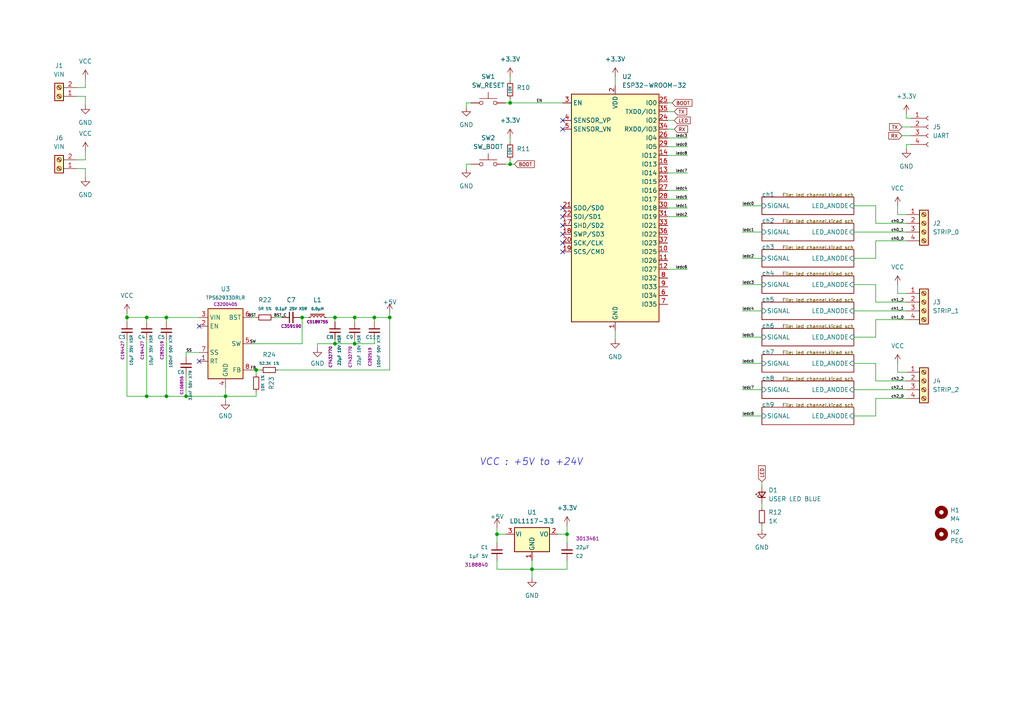
<source format=kicad_sch>
(kicad_sch (version 20230121) (generator eeschema)
  (paper "A4")
  (lib_symbols
    (symbol "Connector:Conn_01x04_Female" (pin_names (offset 1.016) hide)
      (property "Reference" "J" (at 0 5.08 0))
      (property "Value" "Conn_01x04_Female" (at 0 -7.62 0))
      (symbol "Conn_01x04_Female_1_1"
        (arc (start 0 -4.572) (mid -0.5058 -5.08) (end 0 -5.588) (stroke (width 0.1524)))
        (arc (start 0 -2.032) (mid -0.5058 -2.54) (end 0 -3.048) (stroke (width 0.1524)))
        (polyline (pts (xy -1.27 -5.08) (xy -0.508 -5.08)) (stroke (width 0.1524)))
        (polyline (pts (xy -1.27 -2.54) (xy -0.508 -2.54)) (stroke (width 0.1524)))
        (polyline (pts (xy -1.27 0) (xy -0.508 0)) (stroke (width 0.1524)))
        (polyline (pts (xy -1.27 2.54) (xy -0.508 2.54)) (stroke (width 0.1524)))
        (arc (start 0 0.508) (mid -0.5058 0) (end 0 -0.508) (stroke (width 0.1524)))
        (arc (start 0 3.048) (mid -0.5058 2.54) (end 0 2.032) (stroke (width 0.1524)))
        (pin passive line (at -5.08 2.54 0) (length 3.81) (name "Pin_1") (number "1"))
        (pin passive line (at -5.08 0 0) (length 3.81) (name "Pin_2") (number "2"))
        (pin passive line (at -5.08 -2.54 0) (length 3.81) (name "Pin_3") (number "3"))
        (pin passive line (at -5.08 -5.08 0) (length 3.81) (name "Pin_4") (number "4"))
      )
    )
    (symbol "Connector:Screw_Terminal_01x02" (pin_names (offset 1.016) hide)
      (property "Reference" "J" (at 0 2.54 0))
      (property "Value" "Screw_Terminal_01x02" (at 0 -5.08 0))
      (symbol "Screw_Terminal_01x02_1_1"
        (rectangle (start -1.27 1.27) (end 1.27 -3.81) (stroke (width 0.254)) (fill (type background)))
        (circle (center 0 -2.54) (radius 0.635) (stroke (width 0.1524)))
        (polyline (pts (xy -0.5334 -2.2098) (xy 0.3302 -3.048)) (stroke (width 0.1524)))
        (polyline (pts (xy -0.5334 0.3302) (xy 0.3302 -0.508)) (stroke (width 0.1524)))
        (polyline (pts (xy -0.3556 -2.032) (xy 0.508 -2.8702)) (stroke (width 0.1524)))
        (polyline (pts (xy -0.3556 0.508) (xy 0.508 -0.3302)) (stroke (width 0.1524)))
        (circle (center 0 0) (radius 0.635) (stroke (width 0.1524)))
        (pin passive line (at -5.08 0 0) (length 3.81) (name "Pin_1") (number "1"))
        (pin passive line (at -5.08 -2.54 0) (length 3.81) (name "Pin_2") (number "2"))
      )
    )
    (symbol "Connector:Screw_Terminal_01x04" (pin_names (offset 1.016) hide)
      (property "Reference" "J" (at 0 5.08 0))
      (property "Value" "Screw_Terminal_01x04" (at 0 -7.62 0))
      (symbol "Screw_Terminal_01x04_1_1"
        (rectangle (start -1.27 3.81) (end 1.27 -6.35) (stroke (width 0.254)) (fill (type background)))
        (circle (center 0 -5.08) (radius 0.635) (stroke (width 0.1524)))
        (circle (center 0 -2.54) (radius 0.635) (stroke (width 0.1524)))
        (polyline (pts (xy -0.5334 -4.7498) (xy 0.3302 -5.588)) (stroke (width 0.1524)))
        (polyline (pts (xy -0.5334 -2.2098) (xy 0.3302 -3.048)) (stroke (width 0.1524)))
        (polyline (pts (xy -0.5334 0.3302) (xy 0.3302 -0.508)) (stroke (width 0.1524)))
        (polyline (pts (xy -0.5334 2.8702) (xy 0.3302 2.032)) (stroke (width 0.1524)))
        (polyline (pts (xy -0.3556 -4.572) (xy 0.508 -5.4102)) (stroke (width 0.1524)))
        (polyline (pts (xy -0.3556 -2.032) (xy 0.508 -2.8702)) (stroke (width 0.1524)))
        (polyline (pts (xy -0.3556 0.508) (xy 0.508 -0.3302)) (stroke (width 0.1524)))
        (polyline (pts (xy -0.3556 3.048) (xy 0.508 2.2098)) (stroke (width 0.1524)))
        (circle (center 0 0) (radius 0.635) (stroke (width 0.1524)))
        (circle (center 0 2.54) (radius 0.635) (stroke (width 0.1524)))
        (pin passive line (at -5.08 2.54 0) (length 3.81) (name "Pin_1") (number "1"))
        (pin passive line (at -5.08 0 0) (length 3.81) (name "Pin_2") (number "2"))
        (pin passive line (at -5.08 -2.54 0) (length 3.81) (name "Pin_3") (number "3"))
        (pin passive line (at -5.08 -5.08 0) (length 3.81) (name "Pin_4") (number "4"))
      )
    )
    (symbol "Device:C_Small" (pin_numbers hide) (pin_names (offset 0.254) hide)
      (property "Reference" "C" (at 0.254 1.778 0))
      (property "Value" "C_Small" (at 0.254 -2.032 0))
      (symbol "C_Small_0_1"
        (polyline (pts (xy -1.524 -0.508) (xy 1.524 -0.508)) (stroke (width 0.3302)))
        (polyline (pts (xy -1.524 0.508) (xy 1.524 0.508)) (stroke (width 0.3048)))
      )
      (symbol "C_Small_1_1"
        (pin passive line (at 0 2.54 270) (length 2.032) (name "~") (number "1"))
        (pin passive line (at 0 -2.54 90) (length 2.032) (name "~") (number "2"))
      )
    )
    (symbol "Device:LED_Small" (pin_numbers hide) (pin_names (offset 0.254) hide)
      (property "Reference" "D" (at -1.27 3.175 0))
      (property "Value" "LED_Small" (at -4.445 -2.54 0))
      (symbol "LED_Small_0_1"
        (polyline (pts (xy -0.762 -1.016) (xy -0.762 1.016)) (stroke (width 0.254)))
        (polyline (pts (xy 1.016 0) (xy -0.762 0)))
        (polyline (pts (xy 0.762 -1.016) (xy -0.762 0) (xy 0.762 1.016) (xy 0.762 -1.016)) (stroke (width 0.254)))
        (polyline (pts (xy 0 0.762) (xy -0.508 1.27) (xy -0.254 1.27) (xy -0.508 1.27) (xy -0.508 1.016)))
        (polyline (pts (xy 0.508 1.27) (xy 0 1.778) (xy 0.254 1.778) (xy 0 1.778) (xy 0 1.524)))
      )
      (symbol "LED_Small_1_1"
        (pin passive line (at -2.54 0 0) (length 1.778) (name "K") (number "1"))
        (pin passive line (at 2.54 0 180) (length 1.778) (name "A") (number "2"))
      )
    )
    (symbol "Device:L_Iron_Small" (pin_numbers hide) (pin_names (offset 0.254) hide)
      (property "Reference" "L" (at 1.27 1.016 0))
      (property "Value" "L_Iron_Small" (at 1.27 -1.27 0))
      (symbol "L_Iron_Small_0_1"
        (arc (start 0 -2.032) (mid 0.5058 -1.524) (end 0 -1.016))
        (arc (start 0 -1.016) (mid 0.5058 -0.508) (end 0 0))
        (polyline (pts (xy 0.762 2.032) (xy 0.762 -2.032)))
        (polyline (pts (xy 1.016 -2.032) (xy 1.016 2.032)))
        (arc (start 0 0) (mid 0.5058 0.508) (end 0 1.016))
        (arc (start 0 1.016) (mid 0.5058 1.524) (end 0 2.032))
      )
      (symbol "L_Iron_Small_1_1"
        (pin passive line (at 0 2.54 270) (length 0.508) (name "~") (number "1"))
        (pin passive line (at 0 -2.54 90) (length 0.508) (name "~") (number "2"))
      )
    )
    (symbol "Device:R_Small" (pin_numbers hide) (pin_names (offset 0.254) hide)
      (property "Reference" "R" (at 0.762 0.508 0))
      (property "Value" "R_Small" (at 0.762 -1.016 0))
      (symbol "R_Small_0_1"
        (rectangle (start -0.762 1.778) (end 0.762 -1.778) (stroke (width 0.2032)))
      )
      (symbol "R_Small_1_1"
        (pin passive line (at 0 2.54 270) (length 0.762) (name "~") (number "1"))
        (pin passive line (at 0 -2.54 90) (length 0.762) (name "~") (number "2"))
      )
    )
    (symbol "Mechanical:MountingHole" (pin_names (offset 1.016))
      (property "Reference" "H" (at 0 5.08 0))
      (property "Value" "MountingHole" (at 0 3.175 0))
      (symbol "MountingHole_0_1"
        (circle (center 0 0) (radius 1.27) (stroke (width 1.27)))
      )
    )
    (symbol "RF_Module:ESP32-WROOM-32"
      (property "Reference" "U" (at -12.7 34.29 0))
      (property "Value" "ESP32-WROOM-32" (at 1.27 34.29 0))
      (symbol "ESP32-WROOM-32_0_1"
        (rectangle (start -12.7 33.02) (end 12.7 -33.02) (stroke (width 0.254)) (fill (type background)))
      )
      (symbol "ESP32-WROOM-32_1_1"
        (pin power_in line (at 0 -35.56 90) (length 2.54) (name "GND") (number "1"))
        (pin bidirectional line (at 15.24 -12.7 180) (length 2.54) (name "IO25") (number "10"))
        (pin bidirectional line (at 15.24 -15.24 180) (length 2.54) (name "IO26") (number "11"))
        (pin bidirectional line (at 15.24 -17.78 180) (length 2.54) (name "IO27") (number "12"))
        (pin bidirectional line (at 15.24 10.16 180) (length 2.54) (name "IO14") (number "13"))
        (pin bidirectional line (at 15.24 15.24 180) (length 2.54) (name "IO12") (number "14"))
        (pin passive line (at 0 -35.56 90) (length 2.54) hide (name "GND") (number "15"))
        (pin bidirectional line (at 15.24 12.7 180) (length 2.54) (name "IO13") (number "16"))
        (pin bidirectional line (at -15.24 -5.08 0) (length 2.54) (name "SHD/SD2") (number "17"))
        (pin bidirectional line (at -15.24 -7.62 0) (length 2.54) (name "SWP/SD3") (number "18"))
        (pin bidirectional line (at -15.24 -12.7 0) (length 2.54) (name "SCS/CMD") (number "19"))
        (pin power_in line (at 0 35.56 270) (length 2.54) (name "VDD") (number "2"))
        (pin bidirectional line (at -15.24 -10.16 0) (length 2.54) (name "SCK/CLK") (number "20"))
        (pin bidirectional line (at -15.24 0 0) (length 2.54) (name "SDO/SD0") (number "21"))
        (pin bidirectional line (at -15.24 -2.54 0) (length 2.54) (name "SDI/SD1") (number "22"))
        (pin bidirectional line (at 15.24 7.62 180) (length 2.54) (name "IO15") (number "23"))
        (pin bidirectional line (at 15.24 25.4 180) (length 2.54) (name "IO2") (number "24"))
        (pin bidirectional line (at 15.24 30.48 180) (length 2.54) (name "IO0") (number "25"))
        (pin bidirectional line (at 15.24 20.32 180) (length 2.54) (name "IO4") (number "26"))
        (pin bidirectional line (at 15.24 5.08 180) (length 2.54) (name "IO16") (number "27"))
        (pin bidirectional line (at 15.24 2.54 180) (length 2.54) (name "IO17") (number "28"))
        (pin bidirectional line (at 15.24 17.78 180) (length 2.54) (name "IO5") (number "29"))
        (pin input line (at -15.24 30.48 0) (length 2.54) (name "EN") (number "3"))
        (pin bidirectional line (at 15.24 0 180) (length 2.54) (name "IO18") (number "30"))
        (pin bidirectional line (at 15.24 -2.54 180) (length 2.54) (name "IO19") (number "31"))
        (pin no_connect line (at -12.7 -27.94 0) (length 2.54) hide (name "NC") (number "32"))
        (pin bidirectional line (at 15.24 -5.08 180) (length 2.54) (name "IO21") (number "33"))
        (pin bidirectional line (at 15.24 22.86 180) (length 2.54) (name "RXD0/IO3") (number "34"))
        (pin bidirectional line (at 15.24 27.94 180) (length 2.54) (name "TXD0/IO1") (number "35"))
        (pin bidirectional line (at 15.24 -7.62 180) (length 2.54) (name "IO22") (number "36"))
        (pin bidirectional line (at 15.24 -10.16 180) (length 2.54) (name "IO23") (number "37"))
        (pin passive line (at 0 -35.56 90) (length 2.54) hide (name "GND") (number "38"))
        (pin passive line (at 0 -35.56 90) (length 2.54) hide (name "GND") (number "39"))
        (pin input line (at -15.24 25.4 0) (length 2.54) (name "SENSOR_VP") (number "4"))
        (pin input line (at -15.24 22.86 0) (length 2.54) (name "SENSOR_VN") (number "5"))
        (pin input line (at 15.24 -25.4 180) (length 2.54) (name "IO34") (number "6"))
        (pin input line (at 15.24 -27.94 180) (length 2.54) (name "IO35") (number "7"))
        (pin bidirectional line (at 15.24 -20.32 180) (length 2.54) (name "IO32") (number "8"))
        (pin bidirectional line (at 15.24 -22.86 180) (length 2.54) (name "IO33") (number "9"))
      )
    )
    (symbol "Regulator_Linear:AZ1117-3.3" (pin_names (offset 0.254))
      (property "Reference" "U" (at -3.81 3.175 0))
      (property "Value" "AZ1117-3.3" (at 0 3.175 0))
      (symbol "AZ1117-3.3_0_1"
        (rectangle (start -5.08 1.905) (end 5.08 -5.08) (stroke (width 0.254)) (fill (type background)))
      )
      (symbol "AZ1117-3.3_1_1"
        (pin power_in line (at 0 -7.62 90) (length 2.54) (name "GND") (number "1"))
        (pin power_out line (at 7.62 0 180) (length 2.54) (name "VO") (number "2"))
        (pin power_in line (at -7.62 0 0) (length 2.54) (name "VI") (number "3"))
      )
    )
    (symbol "Regulator_Switching:TPS62933"
      (property "Reference" "U" (at 0 13.97 0))
      (property "Value" "TPS62933" (at 0 11.43 0))
      (symbol "TPS62933_0_1"
        (rectangle (start -5.08 10.16) (end 5.08 -10.16) (stroke (width 0.254)) (fill (type background)))
      )
      (symbol "TPS62933_1_1"
        (pin passive line (at -7.62 -5.08 0) (length 2.54) (name "RT") (number "1"))
        (pin input line (at -7.62 5.08 0) (length 2.54) (name "EN") (number "2"))
        (pin power_in line (at -7.62 7.62 0) (length 2.54) (name "VIN") (number "3"))
        (pin power_in line (at 0 -12.7 90) (length 2.54) (name "GND") (number "4"))
        (pin output line (at 7.62 0 180) (length 2.54) (name "SW") (number "5"))
        (pin passive line (at 7.62 7.62 180) (length 2.54) (name "BST") (number "6"))
        (pin passive line (at -7.62 -2.54 0) (length 2.54) (name "SS") (number "7"))
        (pin input line (at 7.62 -7.62 180) (length 2.54) (name "FB") (number "8"))
      )
    )
    (symbol "Switch:SW_Push" (pin_numbers hide) (pin_names (offset 1.016) hide)
      (property "Reference" "SW" (at 1.27 2.54 0))
      (property "Value" "SW_Push" (at 0 -1.524 0))
      (symbol "SW_Push_0_1"
        (circle (center -2.032 0) (radius 0.508))
        (polyline (pts (xy 0 1.27) (xy 0 3.048)))
        (polyline (pts (xy 2.54 1.27) (xy -2.54 1.27)))
        (circle (center 2.032 0) (radius 0.508))
        (pin passive line (at -5.08 0 0) (length 2.54) (name "1") (number "1"))
        (pin passive line (at 5.08 0 180) (length 2.54) (name "2") (number "2"))
      )
    )
    (symbol "power:+3.3V" (power) (pin_names (offset 0))
      (property "Value" "+3.3V" (at 0 3.556 0))
      (symbol "+3.3V_0_1"
        (polyline (pts (xy -0.762 1.27) (xy 0 2.54)))
        (polyline (pts (xy 0 0) (xy 0 2.54)))
        (polyline (pts (xy 0 2.54) (xy 0.762 1.27)))
      )
      (symbol "+3.3V_1_1"
        (pin power_in line (at 0 0 90) (length 0) hide (name "+3.3V") (number "1"))
      )
    )
    (symbol "power:+5V" (power) (pin_names (offset 0))
      (property "Value" "+5V" (at 0 3.556 0))
      (symbol "+5V_0_1"
        (polyline (pts (xy -0.762 1.27) (xy 0 2.54)))
        (polyline (pts (xy 0 0) (xy 0 2.54)))
        (polyline (pts (xy 0 2.54) (xy 0.762 1.27)))
      )
      (symbol "+5V_1_1"
        (pin power_in line (at 0 0 90) (length 0) hide (name "+5V") (number "1"))
      )
    )
    (symbol "power:GND" (power) (pin_names (offset 0))
      (property "Value" "GND" (at 0 -3.81 0))
      (symbol "GND_0_1"
        (polyline (pts (xy 0 0) (xy 0 -1.27) (xy 1.27 -1.27) (xy 0 -2.54) (xy -1.27 -1.27) (xy 0 -1.27)))
      )
      (symbol "GND_1_1"
        (pin power_in line (at 0 0 270) (length 0) hide (name "GND") (number "1"))
      )
    )
    (symbol "power:VCC" (power) (pin_names (offset 0))
      (property "Value" "VCC" (at 0 3.81 0))
      (symbol "VCC_0_1"
        (polyline (pts (xy -0.762 1.27) (xy 0 2.54)))
        (polyline (pts (xy 0 0) (xy 0 2.54)))
        (polyline (pts (xy 0 2.54) (xy 0.762 1.27)))
      )
      (symbol "VCC_1_1"
        (pin power_in line (at 0 0 90) (length 0) hide (name "VCC") (number "1"))
      )
    )
  )
  (junction (at 74.295 107.315))
  (junction (at 53.975 114.935))
  (junction (at 102.87 99.695))
  (junction (at 42.545 92.075))
  (junction (at 48.26 114.935))
  (junction (at 36.83 92.075))
  (junction (at 108.585 92.075))
  (junction (at 147.955 29.845))
  (junction (at 65.405 114.935))
  (junction (at 113.03 92.075))
  (junction (at 164.465 154.94))
  (junction (at 97.155 92.075))
  (junction (at 87.63 92.075))
  (junction (at 48.26 92.075))
  (junction (at 144.145 154.94))
  (junction (at 42.545 114.935))
  (junction (at 154.305 165.1))
  (junction (at 97.155 99.695))
  (junction (at 102.87 92.075))
  (junction (at 147.955 47.625))
  (no_connect (at 57.785 94.615))
  (no_connect (at 163.195 37.465))
  (no_connect (at 163.195 34.925))
  (no_connect (at 163.195 60.325))
  (no_connect (at 163.195 62.865))
  (no_connect (at 163.195 65.405))
  (no_connect (at 57.785 104.775))
  (no_connect (at 163.195 70.485))
  (no_connect (at 163.195 73.025))
  (no_connect (at 163.195 67.945))
  (wire (pts (xy 193.675 29.845) (xy 194.945 29.845)))
  (wire (pts (xy 24.765 43.815) (xy 24.765 46.355)))
  (wire (pts (xy 260.35 82.55) (xy 260.35 85.09)))
  (wire (pts (xy 147.955 22.225) (xy 147.955 23.495)))
  (wire (pts (xy 108.585 99.695) (xy 102.87 99.695)))
  (wire (pts (xy 79.375 92.075) (xy 81.915 92.075)))
  (wire (pts (xy 48.26 114.935) (xy 42.545 114.935)))
  (wire (pts (xy 247.65 105.41) (xy 254 105.41)))
  (wire (pts (xy 260.35 85.09) (xy 262.89 85.09)))
  (wire (pts (xy 199.39 57.785) (xy 193.675 57.785)))
  (wire (pts (xy 254 120.65) (xy 254 115.57)))
  (wire (pts (xy 135.255 29.845) (xy 136.525 29.845)))
  (wire (pts (xy 147.955 40.005) (xy 147.955 41.275)))
  (wire (pts (xy 24.765 48.895) (xy 24.765 51.435)))
  (wire (pts (xy 215.265 113.03) (xy 220.98 113.03)))
  (wire (pts (xy 220.98 139.7) (xy 220.98 140.97)))
  (wire (pts (xy 247.65 74.93) (xy 254 74.93)))
  (wire (pts (xy 254 74.93) (xy 254 69.85)))
  (wire (pts (xy 193.675 40.005) (xy 199.39 40.005)))
  (wire (pts (xy 215.265 67.31) (xy 220.98 67.31)))
  (wire (pts (xy 113.03 107.315) (xy 80.645 107.315)))
  (wire (pts (xy 254 110.49) (xy 262.89 110.49)))
  (wire (pts (xy 36.83 92.075) (xy 42.545 92.075)))
  (wire (pts (xy 97.155 99.695) (xy 92.075 99.695)))
  (wire (pts (xy 42.545 92.075) (xy 48.26 92.075)))
  (wire (pts (xy 247.65 113.03) (xy 262.89 113.03)))
  (wire (pts (xy 215.265 90.17) (xy 220.98 90.17)))
  (wire (pts (xy 24.765 27.94) (xy 24.765 30.48)))
  (wire (pts (xy 22.225 27.94) (xy 24.765 27.94)))
  (wire (pts (xy 199.39 55.245) (xy 193.675 55.245)))
  (wire (pts (xy 247.65 120.65) (xy 254 120.65)))
  (wire (pts (xy 215.265 82.55) (xy 220.98 82.55)))
  (wire (pts (xy 193.675 32.385) (xy 195.58 32.385)))
  (wire (pts (xy 36.83 98.425) (xy 36.83 114.935)))
  (wire (pts (xy 215.265 97.79) (xy 220.98 97.79)))
  (wire (pts (xy 144.145 162.56) (xy 144.145 165.1)))
  (wire (pts (xy 135.255 31.115) (xy 135.255 29.845)))
  (wire (pts (xy 108.585 92.075) (xy 113.03 92.075)))
  (wire (pts (xy 247.65 67.31) (xy 262.89 67.31)))
  (wire (pts (xy 247.65 97.79) (xy 254 97.79)))
  (wire (pts (xy 193.675 34.925) (xy 195.58 34.925)))
  (wire (pts (xy 254 64.77) (xy 262.89 64.77)))
  (wire (pts (xy 254 105.41) (xy 254 110.49)))
  (wire (pts (xy 254 115.57) (xy 262.89 115.57)))
  (wire (pts (xy 94.615 92.075) (xy 97.155 92.075)))
  (wire (pts (xy 178.435 95.885) (xy 178.435 98.425)))
  (wire (pts (xy 164.465 152.4) (xy 164.465 154.94)))
  (wire (pts (xy 260.35 107.95) (xy 262.89 107.95)))
  (wire (pts (xy 135.255 48.895) (xy 135.255 47.625)))
  (wire (pts (xy 220.98 152.4) (xy 220.98 153.67)))
  (wire (pts (xy 42.545 92.075) (xy 42.545 93.345)))
  (wire (pts (xy 22.225 46.355) (xy 24.765 46.355)))
  (wire (pts (xy 146.685 47.625) (xy 147.955 47.625)))
  (wire (pts (xy 65.405 114.935) (xy 65.405 116.205)))
  (wire (pts (xy 144.145 165.1) (xy 154.305 165.1)))
  (wire (pts (xy 146.685 29.845) (xy 147.955 29.845)))
  (wire (pts (xy 108.585 92.075) (xy 108.585 93.345)))
  (wire (pts (xy 22.225 25.4) (xy 24.765 25.4)))
  (wire (pts (xy 108.585 98.425) (xy 108.585 99.695)))
  (wire (pts (xy 65.405 114.935) (xy 53.975 114.935)))
  (wire (pts (xy 254 87.63) (xy 262.89 87.63)))
  (wire (pts (xy 199.39 60.325) (xy 193.675 60.325)))
  (wire (pts (xy 215.265 105.41) (xy 220.98 105.41)))
  (wire (pts (xy 48.26 98.425) (xy 48.26 114.935)))
  (wire (pts (xy 36.83 92.075) (xy 36.83 93.345)))
  (wire (pts (xy 260.35 105.41) (xy 260.35 107.95)))
  (wire (pts (xy 113.03 90.805) (xy 113.03 92.075)))
  (wire (pts (xy 193.675 50.165) (xy 199.39 50.165)))
  (wire (pts (xy 254 97.79) (xy 254 92.71)))
  (wire (pts (xy 215.265 120.65) (xy 220.98 120.65)))
  (wire (pts (xy 48.26 92.075) (xy 57.785 92.075)))
  (wire (pts (xy 154.305 165.1) (xy 154.305 167.64)))
  (wire (pts (xy 102.87 99.695) (xy 97.155 99.695)))
  (wire (pts (xy 87.63 92.075) (xy 87.63 99.695)))
  (wire (pts (xy 247.65 90.17) (xy 262.89 90.17)))
  (wire (pts (xy 144.145 154.94) (xy 144.145 157.48)))
  (wire (pts (xy 74.295 107.315) (xy 74.295 108.585)))
  (wire (pts (xy 36.83 90.805) (xy 36.83 92.075)))
  (wire (pts (xy 73.025 99.695) (xy 87.63 99.695)))
  (wire (pts (xy 254 59.69) (xy 254 64.77)))
  (wire (pts (xy 92.075 99.695) (xy 92.075 100.965)))
  (wire (pts (xy 199.39 62.865) (xy 193.675 62.865)))
  (wire (pts (xy 193.675 78.105) (xy 199.39 78.105)))
  (wire (pts (xy 247.65 82.55) (xy 254 82.55)))
  (wire (pts (xy 147.955 28.575) (xy 147.955 29.845)))
  (wire (pts (xy 164.465 154.94) (xy 164.465 157.48)))
  (wire (pts (xy 102.87 98.425) (xy 102.87 99.695)))
  (wire (pts (xy 254 82.55) (xy 254 87.63)))
  (wire (pts (xy 260.35 59.69) (xy 260.35 62.23)))
  (wire (pts (xy 113.03 92.075) (xy 113.03 107.315)))
  (wire (pts (xy 86.995 92.075) (xy 87.63 92.075)))
  (wire (pts (xy 73.025 107.315) (xy 74.295 107.315)))
  (wire (pts (xy 261.62 36.83) (xy 264.16 36.83)))
  (wire (pts (xy 73.025 92.075) (xy 74.295 92.075)))
  (wire (pts (xy 262.89 33.02) (xy 262.89 34.29)))
  (wire (pts (xy 215.265 59.69) (xy 220.98 59.69)))
  (wire (pts (xy 48.26 92.075) (xy 48.26 93.345)))
  (wire (pts (xy 147.955 29.845) (xy 163.195 29.845)))
  (wire (pts (xy 199.39 42.545) (xy 193.675 42.545)))
  (wire (pts (xy 65.405 114.935) (xy 74.295 114.935)))
  (wire (pts (xy 53.975 108.585) (xy 53.975 114.935)))
  (wire (pts (xy 57.785 102.235) (xy 53.975 102.235)))
  (wire (pts (xy 147.955 46.355) (xy 147.955 47.625)))
  (wire (pts (xy 154.305 162.56) (xy 154.305 165.1)))
  (wire (pts (xy 261.62 39.37) (xy 264.16 39.37)))
  (wire (pts (xy 97.155 98.425) (xy 97.155 99.695)))
  (wire (pts (xy 178.435 22.225) (xy 178.435 24.765)))
  (wire (pts (xy 97.155 92.075) (xy 97.155 93.345)))
  (wire (pts (xy 42.545 114.935) (xy 36.83 114.935)))
  (wire (pts (xy 147.955 47.625) (xy 149.225 47.625)))
  (wire (pts (xy 65.405 112.395) (xy 65.405 114.935)))
  (wire (pts (xy 262.89 41.91) (xy 264.16 41.91)))
  (wire (pts (xy 22.225 48.895) (xy 24.765 48.895)))
  (wire (pts (xy 154.305 165.1) (xy 164.465 165.1)))
  (wire (pts (xy 74.295 113.665) (xy 74.295 114.935)))
  (wire (pts (xy 102.87 92.075) (xy 108.585 92.075)))
  (wire (pts (xy 254 92.71) (xy 262.89 92.71)))
  (wire (pts (xy 220.98 146.05) (xy 220.98 147.32)))
  (wire (pts (xy 262.89 43.18) (xy 262.89 41.91)))
  (wire (pts (xy 53.975 114.935) (xy 48.26 114.935)))
  (wire (pts (xy 102.87 92.075) (xy 102.87 93.345)))
  (wire (pts (xy 262.89 34.29) (xy 264.16 34.29)))
  (wire (pts (xy 53.975 102.235) (xy 53.975 103.505)))
  (wire (pts (xy 146.685 154.94) (xy 144.145 154.94)))
  (wire (pts (xy 247.65 59.69) (xy 254 59.69)))
  (wire (pts (xy 164.465 162.56) (xy 164.465 165.1)))
  (wire (pts (xy 42.545 98.425) (xy 42.545 114.935)))
  (wire (pts (xy 87.63 92.075) (xy 89.535 92.075)))
  (wire (pts (xy 97.155 92.075) (xy 102.87 92.075)))
  (wire (pts (xy 193.675 45.085) (xy 199.39 45.085)))
  (wire (pts (xy 161.925 154.94) (xy 164.465 154.94)))
  (wire (pts (xy 135.255 47.625) (xy 136.525 47.625)))
  (wire (pts (xy 24.765 22.86) (xy 24.765 25.4)))
  (wire (pts (xy 215.265 74.93) (xy 220.98 74.93)))
  (wire (pts (xy 193.675 37.465) (xy 195.58 37.465)))
  (wire (pts (xy 260.35 62.23) (xy 262.89 62.23)))
  (wire (pts (xy 144.145 153.035) (xy 144.145 154.94)))
  (wire (pts (xy 254 69.85) (xy 262.89 69.85)))
  (wire (pts (xy 74.295 107.315) (xy 75.565 107.315)))
  (text "VCC : +5V to +24V" (at 139.065 135.255 0) (effects (font (size 2 2) italic) (justify left bottom)))
  (label "ledc3" (at 215.265 82.55 0) (effects (font (size 0.8 0.8))))
  (label "ledc7" (at 215.265 113.03 0) (effects (font (size 0.8 0.8))))
  (label "ledc2" (at 199.39 62.865 180) (effects (font (size 0.8 0.8))))
  (label "ledc7" (at 199.39 50.165 180) (effects (font (size 0.8 0.8))))
  (label "SW" (at 74.295 99.695 180) (effects (font (size 0.8 0.8))))
  (label "ledc2" (at 215.265 74.93 0) (effects (font (size 0.8 0.8))))
  (label "ch2_1" (at 258.445 113.03 0) (effects (font (size 0.8 0.8))))
  (label "ch0_0" (at 258.445 69.85 0) (effects (font (size 0.8 0.8))))
  (label "EN" (at 155.575 29.845 0) (effects (font (size 0.8 0.8))))
  (label "ledc5" (at 215.265 97.79 0) (effects (font (size 0.8 0.8))))
  (label "ledc0" (at 199.39 42.545 180) (effects (font (size 0.8 0.8))))
  (label "ch0_2" (at 258.445 64.77 0) (effects (font (size 0.8 0.8))))
  (label "BST" (at 74.295 92.075 180) (effects (font (size 0.8 0.8))))
  (label "SS" (at 53.975 102.235 0) (effects (font (size 0.8 0.8))))
  (label "ledc4" (at 199.39 55.245 180) (effects (font (size 0.8 0.8))))
  (label "ledc4" (at 215.265 90.17 0) (effects (font (size 0.8 0.8))))
  (label "ledc6" (at 215.265 105.41 0) (effects (font (size 0.8 0.8))))
  (label "ledc8" (at 199.39 45.085 180) (effects (font (size 0.8 0.8))))
  (label "ledc1" (at 199.39 60.325 180) (effects (font (size 0.8 0.8))))
  (label "ledc0" (at 215.265 59.69 0) (effects (font (size 0.8 0.8))))
  (label "ch2_2" (at 258.445 110.49 0) (effects (font (size 0.8 0.8))))
  (label "ch1_0" (at 258.445 92.71 0) (effects (font (size 0.8 0.8))))
  (label "ch1_1" (at 258.445 90.17 0) (effects (font (size 0.8 0.8))))
  (label "FB" (at 74.295 107.315 180) (effects (font (size 0.8 0.8))))
  (label "ledc3" (at 199.39 40.005 180) (effects (font (size 0.8 0.8))))
  (label "ledc5" (at 199.39 57.785 180) (effects (font (size 0.8 0.8))))
  (label "ledc8" (at 215.265 120.65 0) (effects (font (size 0.8 0.8))))
  (label "BST_C" (at 79.375 92.075 0) (effects (font (size 0.8 0.8))))
  (label "ch1_2" (at 258.445 87.63 0) (effects (font (size 0.8 0.8))))
  (label "ch0_1" (at 258.445 67.31 0) (effects (font (size 0.8 0.8))))
  (label "ledc6" (at 199.39 78.105 180) (effects (font (size 0.8 0.8))))
  (label "ch2_0" (at 258.445 115.57 0) (effects (font (size 0.8 0.8))))
  (label "ledc1" (at 215.265 67.31 0) (effects (font (size 0.8 0.8))))
  (global_label "RX" (shape input) (at 195.58 37.465 0) (effects (font (size 1 1))) (property "Intersheetrefs" "${INTERSHEET_REFS}" (effects hide)))
  (global_label "RX" (shape input) (at 261.62 39.37 180) (effects (font (size 1 1))) (property "Intersheetrefs" "${INTERSHEET_REFS}" (effects hide)))
  (global_label "BOOT" (shape input) (at 149.225 47.625 0) (effects (font (size 1 1))) (property "Intersheetrefs" "${INTERSHEET_REFS}" (effects hide)))
  (global_label "TX" (shape input) (at 195.58 32.385 0) (effects (font (size 1 1))) (property "Intersheetrefs" "${INTERSHEET_REFS}" (effects hide)))
  (global_label "LED" (shape input) (at 220.98 139.7 90) (effects (font (size 1 1))) (property "Intersheetrefs" "${INTERSHEET_REFS}" (effects hide)))
  (global_label "BOOT" (shape input) (at 194.945 29.845 0) (effects (font (size 1 1))) (property "Intersheetrefs" "${INTERSHEET_REFS}" (effects hide)))
  (global_label "LED" (shape input) (at 195.58 34.925 0) (effects (font (size 1 1))) (property "Intersheetrefs" "${INTERSHEET_REFS}" (effects hide)))
  (global_label "TX" (shape input) (at 261.62 36.83 180) (effects (font (size 1 1))) (property "Intersheetrefs" "${INTERSHEET_REFS}" (effects hide)))
  (symbol (lib_id "Device:R_Small") (at 147.955 43.815 0) (unit 1)
    (property "Reference" "R11" (at 149.86 43.1799 0) (effects (justify left)))
    (property "Value" "10K" (at 147.955 43.815 90) (effects (font (size 0.8 0.8))))
    (property "Footprint" "Resistor_SMD:R_0603_1608Metric" (effects hide))
  )
  (symbol (lib_id "Connector:Conn_01x04_Female") (at 269.24 36.83 0) (unit 1)
    (property "Reference" "J5" (at 270.51 36.8299 0) (effects (justify left)))
    (property "Value" "UART" (at 270.51 39.3699 0) (effects (justify left)))
    (property "Footprint" "Connector_PinHeader_2.54mm:PinHeader_1x04_P2.54mm_Vertical" (effects hide))
    (property "MFR" "do not place" (effects hide))
  )
  (symbol (lib_id "Device:R_Small") (at 220.98 149.86 0) (unit 1)
    (property "Reference" "R12" (at 222.885 148.5899 0) (effects (justify left)))
    (property "Value" "1K" (at 222.885 151.1299 0) (effects (justify left)))
    (property "Footprint" "Resistor_SMD:R_0603_1608Metric" (effects hide))
  )
  (symbol (lib_id "power:+3.3V") (at 178.435 22.225 0) (unit 1)
    (property "Reference" "#PWR0104" (effects hide))
    (property "Value" "+3.3V" (at 178.435 17.145 0))
  )
  (symbol (lib_id "Device:R_Small") (at 147.955 26.035 0) (unit 1)
    (property "Reference" "R10" (at 149.86 25.3999 0) (effects (justify left)))
    (property "Value" "10K" (at 147.955 26.035 90) (effects (font (size 0.8 0.8))))
    (property "Footprint" "Resistor_SMD:R_0603_1608Metric" (effects hide))
  )
  (symbol (lib_id "power:+3.3V") (at 147.955 40.005 0) (unit 1)
    (property "Reference" "#PWR0120" (effects hide))
    (property "Value" "+3.3V" (at 147.955 34.925 0))
  )
  (symbol (lib_id "Connector:Screw_Terminal_01x04") (at 267.97 110.49 0) (unit 1)
    (property "Reference" "J4" (at 270.51 110.4899 0) (effects (justify left)))
    (property "Value" "STRIP_2" (at 270.51 113.0299 0) (effects (justify left)))
    (property "Footprint" "ENSADLED:PLUG_Terminal_01x04_2.54mm" (effects hide))
    (property "MFR" "do not place" (effects hide))
  )
  (symbol (lib_id "power:+5V") (at 144.145 153.035 0) (unit 1)
    (property "Reference" "#PWR03" (effects hide))
    (property "Value" "+5V" (at 144.145 149.86 0))
  )
  (symbol (lib_id "power:+3.3V") (at 147.955 22.225 0) (unit 1)
    (property "Reference" "#PWR0121" (effects hide))
    (property "Value" "+3.3V" (at 147.955 17.145 0))
  )
  (symbol (lib_id "power:VCC") (at 260.35 105.41 0) (unit 1)
    (property "Reference" "#PWR0102" (effects hide))
    (property "Value" "VCC" (at 260.35 100.33 0))
  )
  (symbol (lib_id "Mechanical:MountingHole") (at 273.05 148.59 0) (unit 1)
    (property "Reference" "H1" (at 275.59 147.955 0) (effects (justify left)))
    (property "Value" "M4" (at 275.59 150.495 0) (effects (justify left)))
    (property "Footprint" "MountingHole:MountingHole_4.3mm_M4" (effects hide))
    (property "MFR" "do not place" (effects hide))
  )
  (symbol (lib_id "Device:C_Small") (at 53.975 106.045 0) (unit 1)
    (property "Reference" "C6" (at 51.435 107.95 0) (effects (font (size 1 1)) (justify left)))
    (property "Value" "33nF 50V X7R" (at 55.245 116.205 90) (effects (font (size 0.8 0.8)) (justify left)))
    (property "Footprint" "Capacitor_SMD:C_0603_1608Metric" (effects hide))
    (property "LCSC" "C106856" (at 52.705 111.76 90) (effects (font (size 0.8 0.8))))
  )
  (symbol (lib_id "Connector:Screw_Terminal_01x02") (at 17.145 27.94 180) (unit 1)
    (property "Reference" "J1" (at 17.145 19.05 0))
    (property "Value" "VIN" (at 17.145 21.59 0))
    (property "Footprint" "ENSADLED:fiche_bornier-2_P5.08mm" (effects hide))
    (property "MFR" "do not place" (effects hide))
  )
  (symbol (lib_id "Device:C_Small") (at 108.585 95.885 0) (unit 1)
    (property "Reference" "C11" (at 106.045 97.79 0) (effects (font (size 1 1)) (justify left)))
    (property "Value" "100nF 50V X7R" (at 109.855 106.68 90) (effects (font (size 0.8 0.8)) (justify left)))
    (property "Footprint" "Capacitor_SMD:C_0603_1608Metric" (effects hide))
    (property "LCSC" "C282519" (at 107.315 103.505 90) (effects (font (size 0.8 0.8))))
  )
  (symbol (lib_id "Device:LED_Small") (at 220.98 143.51 90) (unit 1)
    (property "Reference" "D1" (at 222.885 142.1765 90) (effects (justify right)))
    (property "Value" "USER LED BLUE" (at 222.885 144.7165 90) (effects (justify right)))
    (property "Footprint" "LED_SMD:LED_0603_1608Metric" (effects hide))
    (property "MFR" "XL-1608UBC-04" (effects hide))
    (property "LCSC" "C965807" (effects hide))
  )
  (symbol (lib_id "Device:C_Small") (at 84.455 92.075 90) (unit 1)
    (property "Reference" "C7" (at 84.455 86.995 90))
    (property "Value" "0.1µF 25V X5R" (at 84.455 89.535 90) (effects (font (size 0.8 0.8))))
    (property "Footprint" "Capacitor_SMD:C_0402_1005Metric" (effects hide))
    (property "LCSC" "C359190" (at 84.455 94.615 90) (effects (font (size 0.87 0.87))))
  )
  (symbol (lib_id "Device:C_Small") (at 42.545 95.885 0) (unit 1)
    (property "Reference" "C4" (at 40.005 97.79 0) (effects (font (size 1 1)) (justify left)))
    (property "Value" "10µF 35V X5R" (at 43.815 106.045 90) (effects (font (size 0.8 0.8)) (justify left)))
    (property "Footprint" "Capacitor_SMD:C_0603_1608Metric" (effects hide))
    (property "LCSC" "C194427" (at 41.275 101.6 90) (effects (font (size 0.8 0.8))))
  )
  (symbol (lib_id "power:VCC") (at 260.35 59.69 0) (unit 1)
    (property "Reference" "#PWR0103" (effects hide))
    (property "Value" "VCC" (at 260.35 54.61 0))
  )
  (symbol (lib_id "Device:C_Small") (at 164.465 160.02 180) (unit 1)
    (property "Reference" "C2" (at 167.005 161.29 0) (effects (font (size 1 1)) (justify right)))
    (property "Value" "22µF" (at 167.005 158.75 0) (effects (font (size 1 1)) (justify right)))
    (property "Footprint" "Capacitor_SMD:C_0805_2012Metric" (effects hide))
    (property "Farnell" "3013461" (at 167.005 156.21 0) (effects (font (size 1 1)) (justify right)))
    (property "LCSC" "C7432770" (effects hide))
  )
  (symbol (lib_id "Connector:Screw_Terminal_01x04") (at 267.97 64.77 0) (unit 1)
    (property "Reference" "J2" (at 270.51 64.7699 0) (effects (justify left)))
    (property "Value" "STRIP_0" (at 270.51 67.3099 0) (effects (justify left)))
    (property "Footprint" "ENSADLED:PLUG_Terminal_01x04_2.54mm" (effects hide))
    (property "MFR" "do not place" (effects hide))
  )
  (symbol (lib_id "power:GND") (at 178.435 98.425 0) (unit 1)
    (property "Reference" "#PWR0110" (effects hide))
    (property "Value" "GND" (at 178.435 103.505 0))
  )
  (symbol (lib_id "RF_Module:ESP32-WROOM-32") (at 178.435 60.325 0) (unit 1)
    (property "Reference" "U2" (at 180.4544 22.225 0) (effects (justify left)))
    (property "Value" "ESP32-WROOM-32" (at 180.4544 24.765 0) (effects (justify left)))
    (property "Footprint" "RF_Module:ESP32-WROOM-32" (effects hide))
    (property "Datasheet" "https://www.espressif.com/sites/default/files/documentation/esp32-wroom-32_datasheet_en.pdf" (effects hide))
    (property "LCSC" "C82899" (effects hide))
    (property "MFR" "ESP32-WROOM-32-N4" (effects hide))
  )
  (symbol (lib_id "power:VCC") (at 24.765 22.86 0) (unit 1)
    (property "Reference" "#PWR0105" (effects hide))
    (property "Value" "VCC" (at 24.765 17.78 0))
  )
  (symbol (lib_id "Device:R_Small") (at 78.105 107.315 90) (unit 1)
    (property "Reference" "R24" (at 78.105 102.87 90))
    (property "Value" "52.3K 1%" (at 78.105 105.41 90) (effects (font (size 0.8 0.8))))
    (property "Footprint" "Resistor_SMD:R_0603_1608Metric" (effects hide))
  )
  (symbol (lib_id "power:+3.3V") (at 262.89 33.02 0) (unit 1)
    (property "Reference" "#PWR0124" (effects hide))
    (property "Value" "+3.3V" (at 262.89 27.94 0))
  )
  (symbol (lib_id "Mechanical:MountingHole") (at 273.05 154.94 0) (unit 1)
    (property "Reference" "H2" (at 275.59 154.305 0) (effects (justify left)))
    (property "Value" "PEG" (at 275.59 156.845 0) (effects (justify left)))
    (property "Footprint" "MountingHole:MountingHole_3.2mm_M3" (effects hide))
    (property "MFR" "do not place" (effects hide))
  )
  (symbol (lib_id "power:+3.3V") (at 164.465 152.4 0) (unit 1)
    (property "Reference" "#PWR0108" (effects hide))
    (property "Value" "+3.3V" (at 164.465 147.32 0))
  )
  (symbol (lib_id "Device:C_Small") (at 144.145 160.02 0) (unit 1)
    (property "Reference" "C1" (at 141.605 158.75 0) (effects (font (size 1 1)) (justify right)))
    (property "Value" "1µF 5V" (at 141.605 161.29 0) (effects (font (size 1 1)) (justify right)))
    (property "Footprint" "Capacitor_SMD:C_0603_1608Metric" (effects hide))
    (property "Farnell" "3188840" (at 141.605 163.83 0) (effects (font (size 1 1)) (justify right)))
  )
  (symbol (lib_id "Device:C_Small") (at 36.83 95.885 0) (unit 1)
    (property "Reference" "C3" (at 34.29 97.79 0) (effects (font (size 1 1)) (justify left)))
    (property "Value" "10µF 35V X5R" (at 38.1 106.045 90) (effects (font (size 0.8 0.8)) (justify left)))
    (property "Footprint" "Capacitor_SMD:C_0603_1608Metric" (effects hide))
    (property "LCSC" "C194427" (at 35.56 101.6 90) (effects (font (size 0.8 0.8))))
  )
  (symbol (lib_id "power:GND") (at 262.89 43.18 0) (unit 1)
    (property "Reference" "#PWR0125" (effects hide))
    (property "Value" "GND" (at 262.89 48.26 0))
  )
  (symbol (lib_id "power:VCC") (at 36.83 90.805 0) (unit 1)
    (property "Reference" "#PWR07" (effects hide))
    (property "Value" "VCC" (at 36.83 85.725 0))
  )
  (symbol (lib_id "power:VCC") (at 260.35 82.55 0) (unit 1)
    (property "Reference" "#PWR0101" (effects hide))
    (property "Value" "VCC" (at 260.35 77.47 0))
  )
  (symbol (lib_id "power:GND") (at 92.075 100.965 0) (unit 1)
    (property "Reference" "#PWR08" (effects hide))
    (property "Value" "GND" (at 92.075 105.41 0))
  )
  (symbol (lib_id "Switch:SW_Push") (at 141.605 29.845 0) (unit 1)
    (property "Reference" "SW1" (at 141.605 22.225 0))
    (property "Value" "SW_RESET" (at 141.605 24.765 0))
    (property "Footprint" "ENSADLED:EVQQ2" (effects hide))
    (property "LCSC" "C701204" (effects hide))
    (property "MFR" "EVQQ2U03W" (effects hide))
  )
  (symbol (lib_id "power:GND") (at 220.98 153.67 0) (unit 1)
    (property "Reference" "#PWR0126" (effects hide))
    (property "Value" "GND" (at 220.98 158.75 0))
  )
  (symbol (lib_id "Device:L_Iron_Small") (at 92.075 92.075 90) (unit 1)
    (property "Reference" "L1" (at 92.075 86.995 90))
    (property "Value" "6.8µH" (at 92.075 89.535 90) (effects (font (size 0.8 0.8))))
    (property "Footprint" "Inductor_SMD:L_Bourns_SRP7028A_7.3x6.6mm" (effects hide))
    (property "LCSC" "C5189755" (at 92.075 93.345 90) (effects (font (size 0.8 0.8))))
    (property "MFR" "CYA0650-6.8UH" (effects hide))
  )
  (symbol (lib_id "Device:C_Small") (at 97.155 95.885 0) (unit 1)
    (property "Reference" "C8" (at 94.615 97.79 0) (effects (font (size 1 1)) (justify left)))
    (property "Value" "22µF 10V X5R" (at 98.425 106.045 90) (effects (font (size 0.8 0.8)) (justify left)))
    (property "Footprint" "Capacitor_SMD:C_0603_1608Metric" (effects hide))
    (property "LCSC" "C7432770" (at 95.885 103.505 90) (effects (font (size 0.8 0.8))))
  )
  (symbol (lib_id "Switch:SW_Push") (at 141.605 47.625 0) (unit 1)
    (property "Reference" "SW2" (at 141.605 40.005 0))
    (property "Value" "SW_BOOT" (at 141.605 42.545 0))
    (property "Footprint" "ENSADLED:EVQQ2" (effects hide))
    (property "LCSC" "C701204" (effects hide))
    (property "MFR" "EVQQ2U03W" (effects hide))
  )
  (symbol (lib_id "power:GND") (at 24.765 30.48 0) (unit 1)
    (property "Reference" "#PWR0107" (effects hide))
    (property "Value" "GND" (at 24.765 35.56 0))
  )
  (symbol (lib_id "power:GND") (at 135.255 31.115 0) (unit 1)
    (property "Reference" "#PWR0122" (effects hide))
    (property "Value" "GND" (at 135.255 36.195 0))
  )
  (symbol (lib_id "Device:R_Small") (at 76.835 92.075 90) (unit 1)
    (property "Reference" "R22" (at 76.835 86.995 90))
    (property "Value" "5R 5%" (at 76.835 89.535 90) (effects (font (size 0.8 0.8))))
    (property "Footprint" "Resistor_SMD:R_0603_1608Metric" (effects hide))
  )
  (symbol (lib_id "power:VCC") (at 24.765 43.815 0) (unit 1)
    (property "Reference" "#PWR05" (effects hide))
    (property "Value" "VCC" (at 24.765 38.735 0))
  )
  (symbol (lib_id "Connector:Screw_Terminal_01x04") (at 267.97 87.63 0) (unit 1)
    (property "Reference" "J3" (at 270.51 87.6299 0) (effects (justify left)))
    (property "Value" "STRIP_1" (at 270.51 90.1699 0) (effects (justify left)))
    (property "Footprint" "ENSADLED:PLUG_Terminal_01x04_2.54mm" (effects hide))
    (property "MFR" "do not place" (effects hide))
  )
  (symbol (lib_id "power:+5V") (at 113.03 90.805 0) (unit 1)
    (property "Reference" "#PWR09" (effects hide))
    (property "Value" "+5V" (at 113.03 87.63 0))
  )
  (symbol (lib_id "power:GND") (at 65.405 116.205 0) (unit 1)
    (property "Reference" "#PWR01" (effects hide))
    (property "Value" "GND" (at 65.405 120.65 0))
  )
  (symbol (lib_id "Connector:Screw_Terminal_01x02") (at 17.145 48.895 180) (unit 1)
    (property "Reference" "J6" (at 17.145 40.005 0))
    (property "Value" "VIN" (at 17.145 42.545 0))
    (property "Footprint" "ENSADLED:fiche_bornier-2_P5.08mm" (effects hide))
    (property "MFR" "do not place" (effects hide))
  )
  (symbol (lib_id "Device:C_Small") (at 102.87 95.885 0) (unit 1)
    (property "Reference" "C9" (at 100.33 97.79 0) (effects (font (size 1 1)) (justify left)))
    (property "Value" "22µF 10V X5R" (at 104.14 106.045 90) (effects (font (size 0.8 0.8)) (justify left)))
    (property "Footprint" "Capacitor_SMD:C_0603_1608Metric" (effects hide))
    (property "LCSC" "C7432770" (at 101.6 103.505 90) (effects (font (size 0.8 0.8))))
  )
  (symbol (lib_id "Regulator_Switching:TPS62933") (at 65.405 99.695 0) (unit 1)
    (property "Reference" "U3" (at 65.405 83.82 0))
    (property "Value" "TPS62933DRLR" (at 65.405 86.36 0) (effects (font (size 1 1))))
    (property "Footprint" "Package_TO_SOT_SMD:SOT-583-8" (effects hide))
    (property "Datasheet" "https://www.ti.com/lit/ds/symlink/tps62933.pdf" (effects hide))
    (property "LCSC" "C3200405" (at 65.405 88.265 0) (effects (font (size 0.89 0.89))))
    (property "MFR" "TPS62933DRLR" (effects hide))
  )
  (symbol (lib_id "power:GND") (at 135.255 48.895 0) (unit 1)
    (property "Reference" "#PWR0123" (effects hide))
    (property "Value" "GND" (at 135.255 53.975 0))
  )
  (symbol (lib_id "Regulator_Linear:AZ1117-3.3") (at 154.305 154.94 0) (unit 1)
    (property "Reference" "U1" (at 154.305 148.59 0))
    (property "Value" "LDL1117-3.3" (at 154.305 151.13 0))
    (property "Footprint" "Package_TO_SOT_SMD:SOT-223-3_TabPin2" (effects hide))
    (property "Datasheet" "https://www.diodes.com/assets/Datasheets/AZ1117.pdf" (effects hide))
    (property "LCSC" "C435835" (effects hide))
    (property "MFR" "LDL1117S33R" (effects hide))
  )
  (symbol (lib_id "power:GND") (at 24.765 51.435 0) (unit 1)
    (property "Reference" "#PWR06" (effects hide))
    (property "Value" "GND" (at 24.765 56.515 0))
  )
  (symbol (lib_id "Device:R_Small") (at 74.295 111.125 0) (unit 1)
    (property "Reference" "R23" (at 78.74 111.125 90))
    (property "Value" "10K 1%" (at 76.2 111.125 90) (effects (font (size 0.8 0.8))))
    (property "Footprint" "Resistor_SMD:R_0603_1608Metric" (effects hide))
  )
  (symbol (lib_id "Device:C_Small") (at 48.26 95.885 0) (unit 1)
    (property "Reference" "C5" (at 45.72 97.79 0) (effects (font (size 1 1)) (justify left)))
    (property "Value" "100nF 50V X7R" (at 49.53 106.68 90) (effects (font (size 0.8 0.8)) (justify left)))
    (property "Footprint" "Capacitor_SMD:C_0603_1608Metric" (effects hide))
    (property "LCSC" "C282519" (at 46.99 101.6 90) (effects (font (size 0.8 0.8))))
  )
  (symbol (lib_id "power:GND") (at 154.305 167.64 0) (unit 1)
    (property "Reference" "#PWR0106" (effects hide))
    (property "Value" "GND" (at 154.305 172.72 0))
  )
  (sheet (at 220.98 64.77) (size 26.67 5.08) (stroke (width 0.1524))
    (property "Sheetname" "ch2" (at 220.98 64.77 0) (effects (justify left bottom)))
    (property "Sheetfile" "led_channel.kicad_sch" (at 247.65 64.77 0) (effects (font (size 1 1)) (justify right bottom)))
    (pin "SIGNAL" input (at 220.98 67.31 180))
    (pin "LED_ANODE" input (at 247.65 67.31 0))
  )
  (sheet (at 220.98 80.01) (size 26.67 5.08) (stroke (width 0.1524))
    (property "Sheetname" "ch4" (at 220.98 80.01 0) (effects (justify left bottom)))
    (property "Sheetfile" "led_channel.kicad_sch" (at 247.65 80.01 0) (effects (font (size 1 1)) (justify right bottom)))
    (pin "SIGNAL" input (at 220.98 82.55 180))
    (pin "LED_ANODE" input (at 247.65 82.55 0))
  )
  (sheet (at 220.98 87.63) (size 26.67 5.08) (stroke (width 0.1524))
    (property "Sheetname" "ch5" (at 220.98 87.63 0) (effects (justify left bottom)))
    (property "Sheetfile" "led_channel.kicad_sch" (at 247.65 87.63 0) (effects (font (size 1 1)) (justify right bottom)))
    (pin "SIGNAL" input (at 220.98 90.17 180))
    (pin "LED_ANODE" input (at 247.65 90.17 0))
  )
  (sheet (at 220.98 102.87) (size 26.67 5.08) (stroke (width 0.1524))
    (property "Sheetname" "ch7" (at 220.98 102.87 0) (effects (justify left bottom)))
    (property "Sheetfile" "led_channel.kicad_sch" (at 247.65 102.87 0) (effects (font (size 1 1)) (justify right bottom)))
    (pin "SIGNAL" input (at 220.98 105.41 180))
    (pin "LED_ANODE" input (at 247.65 105.41 0))
  )
  (sheet (at 220.98 57.15) (size 26.67 5.08) (stroke (width 0.1524))
    (property "Sheetname" "ch1" (at 220.98 57.15 0) (effects (justify left bottom)))
    (property "Sheetfile" "led_channel.kicad_sch" (at 247.65 57.15 0) (effects (font (size 1 1)) (justify right bottom)))
    (pin "SIGNAL" input (at 220.98 59.69 180))
    (pin "LED_ANODE" input (at 247.65 59.69 0))
  )
  (sheet (at 220.98 110.49) (size 26.67 5.08) (stroke (width 0.1524))
    (property "Sheetname" "ch8" (at 220.98 110.49 0) (effects (justify left bottom)))
    (property "Sheetfile" "led_channel.kicad_sch" (at 247.65 110.49 0) (effects (font (size 1 1)) (justify right bottom)))
    (pin "SIGNAL" input (at 220.98 113.03 180))
    (pin "LED_ANODE" input (at 247.65 113.03 0))
  )
  (sheet (at 220.98 95.25) (size 26.67 5.08) (stroke (width 0.1524))
    (property "Sheetname" "ch6" (at 220.98 95.25 0) (effects (justify left bottom)))
    (property "Sheetfile" "led_channel.kicad_sch" (at 247.65 95.25 0) (effects (font (size 1 1)) (justify right bottom)))
    (pin "SIGNAL" input (at 220.98 97.79 180))
    (pin "LED_ANODE" input (at 247.65 97.79 0))
  )
  (sheet (at 220.98 72.39) (size 26.67 5.08) (stroke (width 0.1524))
    (property "Sheetname" "ch3" (at 220.98 72.39 0) (effects (justify left bottom)))
    (property "Sheetfile" "led_channel.kicad_sch" (at 247.65 72.39 0) (effects (font (size 1 1)) (justify right bottom)))
    (pin "SIGNAL" input (at 220.98 74.93 180))
    (pin "LED_ANODE" input (at 247.65 74.93 0))
  )
  (sheet (at 220.98 118.11) (size 26.67 5.08) (stroke (width 0.1524))
    (property "Sheetname" "ch9" (at 220.98 118.11 0) (effects (justify left bottom)))
    (property "Sheetfile" "led_channel.kicad_sch" (at 247.65 118.11 0) (effects (font (size 1 1)) (justify right bottom)))
    (pin "SIGNAL" input (at 220.98 120.65 180))
    (pin "LED_ANODE" input (at 247.65 120.65 0))
  )
)
</source>
